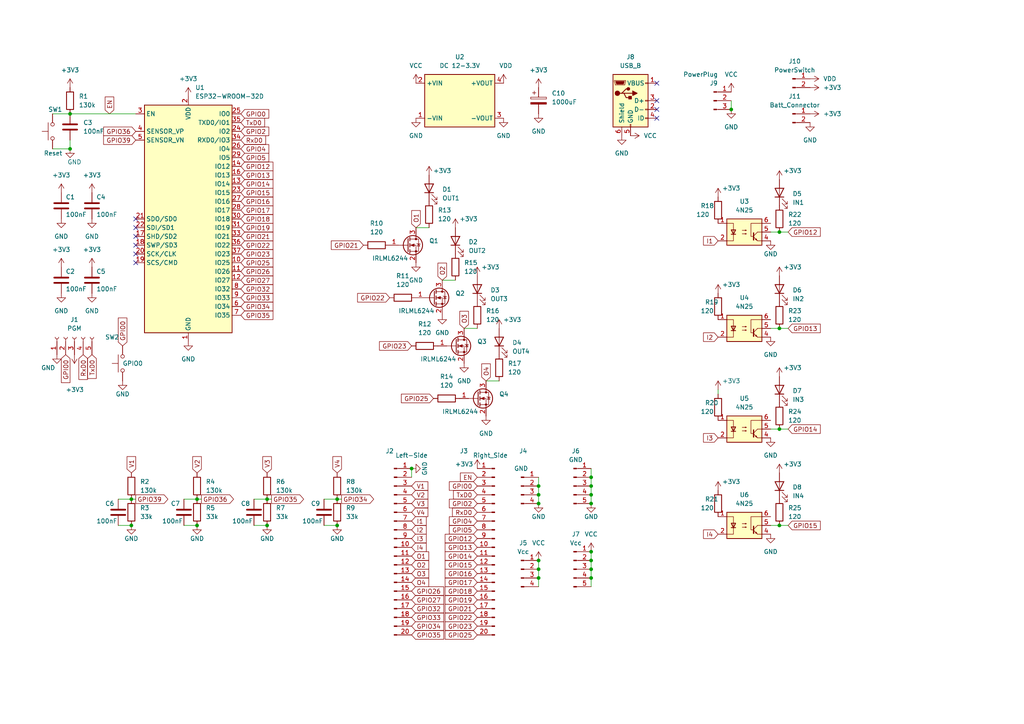
<source format=kicad_sch>
(kicad_sch (version 20211123) (generator eeschema)
  (paper "A4")
  (lib_symbols
    (symbol "Connector:Conn_01x02_Male" (pin_names (offset 1.016) hide)
      (property "Reference" "J" (at 0 2.54 0))
      (property "Value" "Conn_01x02_Male" (at 0 -5.08 0))
      (symbol "Conn_01x02_Male_1_1"
        (pin passive line (at 5.08 0 180) (length 3.81) (name "Pin_1") (number "1"))
        (pin passive line (at 5.08 -2.54 180) (length 3.81) (name "Pin_2") (number "2"))
      )
    )
    (symbol "Connector:Conn_01x04_Male" (pin_names (offset 1.016) hide)
      (property "Reference" "J" (at 0 5.08 0))
      (property "Value" "Conn_01x04_Male" (at 0 -7.62 0))
      (symbol "Conn_01x04_Male_1_1"
        (pin passive line (at 5.08 2.54 180) (length 3.81) (name "Pin_1") (number "1"))
        (pin passive line (at 5.08 0 180) (length 3.81) (name "Pin_2") (number "2"))
        (pin passive line (at 5.08 -2.54 180) (length 3.81) (name "Pin_3") (number "3"))
        (pin passive line (at 5.08 -5.08 180) (length 3.81) (name "Pin_4") (number "4"))
      )
    )
    (symbol "Connector:Conn_01x05_Female" (pin_names (offset 1.016) hide)
      (property "Reference" "J" (at 0 7.62 0))
      (property "Value" "Conn_01x05_Female" (at 0 -7.62 0))
      (symbol "Conn_01x05_Female_1_1"
        (pin passive line (at -5.08 5.08 0) (length 3.81) (name "Pin_1") (number "1"))
        (pin passive line (at -5.08 2.54 0) (length 3.81) (name "Pin_2") (number "2"))
        (pin passive line (at -5.08 0 0) (length 3.81) (name "Pin_3") (number "3"))
        (pin passive line (at -5.08 -2.54 0) (length 3.81) (name "Pin_4") (number "4"))
        (pin passive line (at -5.08 -5.08 0) (length 3.81) (name "Pin_5") (number "5"))
      )
    )
    (symbol "Connector:Conn_01x05_Male" (pin_names (offset 1.016) hide)
      (property "Reference" "J" (at 0 7.62 0))
      (property "Value" "Conn_01x05_Male" (at 0 -7.62 0))
      (symbol "Conn_01x05_Male_1_1"
        (pin passive line (at 5.08 5.08 180) (length 3.81) (name "Pin_1") (number "1"))
        (pin passive line (at 5.08 2.54 180) (length 3.81) (name "Pin_2") (number "2"))
        (pin passive line (at 5.08 0 180) (length 3.81) (name "Pin_3") (number "3"))
        (pin passive line (at 5.08 -2.54 180) (length 3.81) (name "Pin_4") (number "4"))
        (pin passive line (at 5.08 -5.08 180) (length 3.81) (name "Pin_5") (number "5"))
      )
    )
    (symbol "Connector:Conn_01x20_Male" (pin_names (offset 1.016) hide)
      (property "Reference" "J" (at 0 25.4 0))
      (property "Value" "Conn_01x20_Male" (at 0 -27.94 0))
      (symbol "Conn_01x20_Male_1_1"
        (pin passive line (at 5.08 22.86 180) (length 3.81) (name "Pin_1") (number "1"))
        (pin passive line (at 5.08 0 180) (length 3.81) (name "Pin_10") (number "10"))
        (pin passive line (at 5.08 -2.54 180) (length 3.81) (name "Pin_11") (number "11"))
        (pin passive line (at 5.08 -5.08 180) (length 3.81) (name "Pin_12") (number "12"))
        (pin passive line (at 5.08 -7.62 180) (length 3.81) (name "Pin_13") (number "13"))
        (pin passive line (at 5.08 -10.16 180) (length 3.81) (name "Pin_14") (number "14"))
        (pin passive line (at 5.08 -12.7 180) (length 3.81) (name "Pin_15") (number "15"))
        (pin passive line (at 5.08 -15.24 180) (length 3.81) (name "Pin_16") (number "16"))
        (pin passive line (at 5.08 -17.78 180) (length 3.81) (name "Pin_17") (number "17"))
        (pin passive line (at 5.08 -20.32 180) (length 3.81) (name "Pin_18") (number "18"))
        (pin passive line (at 5.08 -22.86 180) (length 3.81) (name "Pin_19") (number "19"))
        (pin passive line (at 5.08 20.32 180) (length 3.81) (name "Pin_2") (number "2"))
        (pin passive line (at 5.08 -25.4 180) (length 3.81) (name "Pin_20") (number "20"))
        (pin passive line (at 5.08 17.78 180) (length 3.81) (name "Pin_3") (number "3"))
        (pin passive line (at 5.08 15.24 180) (length 3.81) (name "Pin_4") (number "4"))
        (pin passive line (at 5.08 12.7 180) (length 3.81) (name "Pin_5") (number "5"))
        (pin passive line (at 5.08 10.16 180) (length 3.81) (name "Pin_6") (number "6"))
        (pin passive line (at 5.08 7.62 180) (length 3.81) (name "Pin_7") (number "7"))
        (pin passive line (at 5.08 5.08 180) (length 3.81) (name "Pin_8") (number "8"))
        (pin passive line (at 5.08 2.54 180) (length 3.81) (name "Pin_9") (number "9"))
      )
    )
    (symbol "Connector:USB_B_Micro" (pin_names (offset 1.016))
      (property "Reference" "J" (at -5.08 11.43 0))
      (property "Value" "USB_B_Micro" (at -5.08 8.89 0))
      (symbol "USB_B_Micro_1_1"
        (pin power_out line (at 7.62 5.08 180) (length 2.54) (name "VBUS") (number "1"))
        (pin bidirectional line (at 7.62 -2.54 180) (length 2.54) (name "D-") (number "2"))
        (pin bidirectional line (at 7.62 0 180) (length 2.54) (name "D+") (number "3"))
        (pin passive line (at 7.62 -5.08 180) (length 2.54) (name "ID") (number "4"))
        (pin power_out line (at 0 -10.16 90) (length 2.54) (name "GND") (number "5"))
        (pin passive line (at -2.54 -10.16 90) (length 2.54) (name "Shield") (number "6"))
      )
    )
    (symbol "Device:C" (pin_numbers hide) (pin_names (offset 0.254))
      (property "Reference" "C" (at 0.635 2.54 0))
      (property "Value" "C" (at 0.635 -2.54 0))
      (symbol "C_1_1"
        (pin passive line (at 0 3.81 270) (length 2.794) (name "~") (number "1"))
        (pin passive line (at 0 -3.81 90) (length 2.794) (name "~") (number "2"))
      )
    )
    (symbol "Device:C_Polarized" (pin_numbers hide) (pin_names (offset 0.254))
      (property "Reference" "C" (at 0.635 2.54 0))
      (property "Value" "C_Polarized" (at 0.635 -2.54 0))
      (symbol "C_Polarized_1_1"
        (pin passive line (at 0 3.81 270) (length 2.794) (name "~") (number "1"))
        (pin passive line (at 0 -3.81 90) (length 2.794) (name "~") (number "2"))
      )
    )
    (symbol "Device:LED" (pin_numbers hide) (pin_names (offset 1.016) hide)
      (property "Reference" "D" (at 0 2.54 0))
      (property "Value" "LED" (at 0 -2.54 0))
      (symbol "LED_1_1"
        (pin passive line (at -3.81 0 0) (length 2.54) (name "K") (number "1"))
        (pin passive line (at 3.81 0 180) (length 2.54) (name "A") (number "2"))
      )
    )
    (symbol "Device:R" (pin_numbers hide) (pin_names (offset 0))
      (property "Reference" "R" (at 2.032 0 90))
      (property "Value" "R" (at 0 0 90))
      (symbol "R_1_1"
        (pin passive line (at 0 3.81 270) (length 1.27) (name "~") (number "1"))
        (pin passive line (at 0 -3.81 90) (length 1.27) (name "~") (number "2"))
      )
    )
    (symbol "Isolator:4N25" (pin_names (offset 1.016))
      (property "Reference" "U" (at -5.08 5.08 0))
      (property "Value" "4N25" (at 0 5.08 0))
      (symbol "4N25_1_1"
        (pin passive line (at -7.62 2.54 0) (length 2.54) (name "~") (number "1"))
        (pin passive line (at -7.62 -2.54 0) (length 2.54) (name "~") (number "2"))
        (pin no_connect line (at -5.08 0 0) (length 2.54) hide (name "NC") (number "3"))
        (pin passive line (at 7.62 -2.54 180) (length 2.54) (name "~") (number "4"))
        (pin passive line (at 7.62 0 180) (length 2.54) (name "~") (number "5"))
        (pin passive line (at 7.62 2.54 180) (length 2.54) (name "~") (number "6"))
      )
    )
    (symbol "RF_Module:ESP32-WROOM-32D"
      (property "Reference" "U" (at -12.7 34.29 0))
      (property "Value" "ESP32-WROOM-32D" (at 1.27 34.29 0))
      (symbol "ESP32-WROOM-32D_1_1"
        (pin power_in line (at 0 -35.56 90) (length 2.54) (name "GND") (number "1"))
        (pin bidirectional line (at 15.24 -12.7 180) (length 2.54) (name "IO25") (number "10"))
        (pin bidirectional line (at 15.24 -15.24 180) (length 2.54) (name "IO26") (number "11"))
        (pin bidirectional line (at 15.24 -17.78 180) (length 2.54) (name "IO27") (number "12"))
        (pin bidirectional line (at 15.24 10.16 180) (length 2.54) (name "IO14") (number "13"))
        (pin bidirectional line (at 15.24 15.24 180) (length 2.54) (name "IO12") (number "14"))
        (pin passive line (at 0 -35.56 90) (length 2.54) hide (name "GND") (number "15"))
        (pin bidirectional line (at 15.24 12.7 180) (length 2.54) (name "IO13") (number "16"))
        (pin bidirectional line (at -15.24 -5.08 0) (length 2.54) (name "SHD/SD2") (number "17"))
        (pin bidirectional line (at -15.24 -7.62 0) (length 2.54) (name "SWP/SD3") (number "18"))
        (pin bidirectional line (at -15.24 -12.7 0) (length 2.54) (name "SCS/CMD") (number "19"))
        (pin power_in line (at 0 35.56 270) (length 2.54) (name "VDD") (number "2"))
        (pin bidirectional line (at -15.24 -10.16 0) (length 2.54) (name "SCK/CLK") (number "20"))
        (pin bidirectional line (at -15.24 0 0) (length 2.54) (name "SDO/SD0") (number "21"))
        (pin bidirectional line (at -15.24 -2.54 0) (length 2.54) (name "SDI/SD1") (number "22"))
        (pin bidirectional line (at 15.24 7.62 180) (length 2.54) (name "IO15") (number "23"))
        (pin bidirectional line (at 15.24 25.4 180) (length 2.54) (name "IO2") (number "24"))
        (pin bidirectional line (at 15.24 30.48 180) (length 2.54) (name "IO0") (number "25"))
        (pin bidirectional line (at 15.24 20.32 180) (length 2.54) (name "IO4") (number "26"))
        (pin bidirectional line (at 15.24 5.08 180) (length 2.54) (name "IO16") (number "27"))
        (pin bidirectional line (at 15.24 2.54 180) (length 2.54) (name "IO17") (number "28"))
        (pin bidirectional line (at 15.24 17.78 180) (length 2.54) (name "IO5") (number "29"))
        (pin input line (at -15.24 30.48 0) (length 2.54) (name "EN") (number "3"))
        (pin bidirectional line (at 15.24 0 180) (length 2.54) (name "IO18") (number "30"))
        (pin bidirectional line (at 15.24 -2.54 180) (length 2.54) (name "IO19") (number "31"))
        (pin no_connect line (at -12.7 -27.94 0) (length 2.54) hide (name "NC") (number "32"))
        (pin bidirectional line (at 15.24 -5.08 180) (length 2.54) (name "IO21") (number "33"))
        (pin bidirectional line (at 15.24 22.86 180) (length 2.54) (name "RXD0/IO3") (number "34"))
        (pin bidirectional line (at 15.24 27.94 180) (length 2.54) (name "TXD0/IO1") (number "35"))
        (pin bidirectional line (at 15.24 -7.62 180) (length 2.54) (name "IO22") (number "36"))
        (pin bidirectional line (at 15.24 -10.16 180) (length 2.54) (name "IO23") (number "37"))
        (pin passive line (at 0 -35.56 90) (length 2.54) hide (name "GND") (number "38"))
        (pin passive line (at 0 -35.56 90) (length 2.54) hide (name "GND") (number "39"))
        (pin input line (at -15.24 25.4 0) (length 2.54) (name "SENSOR_VP") (number "4"))
        (pin input line (at -15.24 22.86 0) (length 2.54) (name "SENSOR_VN") (number "5"))
        (pin input line (at 15.24 -25.4 180) (length 2.54) (name "IO34") (number "6"))
        (pin input line (at 15.24 -27.94 180) (length 2.54) (name "IO35") (number "7"))
        (pin bidirectional line (at 15.24 -20.32 180) (length 2.54) (name "IO32") (number "8"))
        (pin bidirectional line (at 15.24 -22.86 180) (length 2.54) (name "IO33") (number "9"))
      )
    )
    (symbol "RGB_LED1-rescue:Conn_01x03_Male-ESP12_1-rescue" (pin_names (offset 1.016) hide)
      (property "Reference" "J" (at 0 5.08 0))
      (property "Value" "Conn_01x03_Male-ESP12_1-rescue" (at 0 -5.08 0))
      (symbol "Conn_01x03_Male-ESP12_1-rescue_1_1"
        (pin passive line (at 5.08 2.54 180) (length 3.81) (name "Pin_1") (number "1"))
        (pin passive line (at 5.08 0 180) (length 3.81) (name "Pin_2") (number "2"))
        (pin passive line (at 5.08 -2.54 180) (length 3.81) (name "Pin_3") (number "3"))
      )
    )
    (symbol "Regulator_Switching:DC to DC Converter"
      (property "Reference" "U" (at -8.89 8.89 0))
      (property "Value" "DC to DC Converter" (at 2.54 8.89 0))
      (symbol "DC to DC Converter_1_1"
        (pin power_in line (at -12.7 -5.08 0) (length 2.54) (name "-VIN") (number "1"))
        (pin power_in line (at -12.7 5.08 0) (length 2.54) (name "+VIN") (number "2"))
        (pin power_out line (at 12.7 -5.08 180) (length 2.54) (name "-VOUT") (number "3"))
        (pin power_out line (at 12.7 5.08 180) (length 2.54) (name "+VOUT") (number "4"))
      )
    )
    (symbol "Switch:SW_Push" (pin_numbers hide) (pin_names (offset 1.016) hide)
      (property "Reference" "SW" (at 1.27 2.54 0))
      (property "Value" "SW_Push" (at 0 -1.524 0))
      (symbol "SW_Push_0_1"
        (pin passive line (at -5.08 0 0) (length 2.54) (name "1") (number "1"))
        (pin passive line (at 5.08 0 180) (length 2.54) (name "2") (number "2"))
      )
    )
    (symbol "Transistor_FET:IRLML0030" (pin_names hide)
      (property "Reference" "Q" (at 5.08 1.905 0))
      (property "Value" "IRLML0030" (at 5.08 0 0))
      (symbol "IRLML0030_1_1"
        (pin input line (at -5.08 0 0) (length 2.54) (name "G") (number "1"))
        (pin passive line (at 2.54 -5.08 90) (length 2.54) (name "S") (number "2"))
        (pin passive line (at 2.54 5.08 270) (length 2.54) (name "D") (number "3"))
      )
    )
    (symbol "power:+3.3V" (power) (pin_names (offset 0))
      (property "Value" "+3.3V" (at 0 3.556 0))
      (symbol "+3.3V_1_1"
        (pin power_in line (at 0 0 90) (length 0) hide (name "+3V3") (number "1"))
      )
    )
    (symbol "power:GND" (power) (pin_names (offset 0))
      (property "Value" "GND" (at 0 -3.81 0))
      (symbol "GND_1_1"
        (pin power_in line (at 0 0 270) (length 0) hide (name "GND") (number "1"))
      )
    )
    (symbol "power:VCC" (power) (pin_names (offset 0))
      (property "Value" "VCC" (at 0 3.81 0))
      (symbol "VCC_1_1"
        (pin power_in line (at 0 0 90) (length 0) hide (name "VCC") (number "1"))
      )
    )
    (symbol "power:VDD" (power) (pin_names (offset 0))
      (property "Value" "VDD" (at 0 3.81 0))
      (symbol "VDD_1_1"
        (pin power_in line (at 0 0 90) (length 0) hide (name "VDD") (number "1"))
      )
    )
  )
  (junction (at 38.1 152.4))
  (junction (at 171.45 162.56))
  (junction (at 156.21 143.51))
  (junction (at 77.47 144.78))
  (junction (at 171.45 138.43))
  (junction (at 171.45 167.64))
  (junction (at 20.32 33.02))
  (junction (at 97.79 144.78))
  (junction (at 156.21 162.56))
  (junction (at 171.45 146.05))
  (junction (at 20.32 43.18))
  (junction (at 57.15 152.4))
  (junction (at 156.21 140.97))
  (junction (at 156.21 165.1))
  (junction (at 77.47 152.4))
  (junction (at 171.45 143.51))
  (junction (at 156.21 167.64))
  (junction (at 171.45 140.97))
  (junction (at 226.06 67.31))
  (junction (at 97.79 152.4))
  (junction (at 171.45 165.1))
  (junction (at 119.38 135.89))
  (junction (at 226.06 95.25))
  (junction (at 212.09 31.75))
  (junction (at 57.15 144.78))
  (junction (at 226.06 152.4))
  (junction (at 38.1 144.78))
  (junction (at 171.45 160.02))
  (junction (at 226.06 124.46))
  (junction (at 156.21 146.05))
  (no_connect (at 39.37 63.5))
  (no_connect (at 39.37 66.04))
  (no_connect (at 39.37 68.58))
  (no_connect (at 39.37 71.12))
  (no_connect (at 39.37 76.2))
  (no_connect (at 39.37 73.66))
  (no_connect (at 190.5 34.29))
  (no_connect (at 190.5 31.75))
  (no_connect (at 190.5 29.21))
  (no_connect (at 190.5 24.13))
  (wire (pts (xy 171.45 167.64) (xy 171.45 170.18)))
  (wire (pts (xy 171.45 165.1) (xy 171.45 167.64)))
  (wire (pts (xy 120.65 66.04) (xy 124.46 66.04)))
  (wire (pts (xy 212.09 29.21) (xy 212.09 31.75)))
  (wire (pts (xy 156.21 143.51) (xy 156.21 146.05)))
  (wire (pts (xy 171.45 160.02) (xy 171.45 162.56)))
  (wire (pts (xy 34.29 152.4) (xy 38.1 152.4)))
  (wire (pts (xy 34.29 144.78) (xy 38.1 144.78)))
  (wire (pts (xy 20.32 43.18) (xy 20.32 40.64)))
  (wire (pts (xy 228.6 124.46) (xy 226.06 124.46)))
  (wire (pts (xy 93.98 152.4) (xy 97.79 152.4)))
  (wire (pts (xy 15.24 43.18) (xy 20.32 43.18)))
  (wire (pts (xy 53.34 144.78) (xy 57.15 144.78)))
  (wire (pts (xy 53.34 152.4) (xy 57.15 152.4)))
  (wire (pts (xy 156.21 162.56) (xy 156.21 165.1)))
  (wire (pts (xy 171.45 135.89) (xy 171.45 138.43)))
  (wire (pts (xy 156.21 138.43) (xy 156.21 140.97)))
  (wire (pts (xy 134.62 95.25) (xy 138.43 95.25)))
  (wire (pts (xy 156.21 140.97) (xy 156.21 143.51)))
  (wire (pts (xy 156.21 167.64) (xy 156.21 170.18)))
  (wire (pts (xy 58.42 144.78) (xy 57.15 144.78)))
  (wire (pts (xy 226.06 95.25) (xy 223.52 95.25)))
  (wire (pts (xy 99.06 144.78) (xy 97.79 144.78)))
  (wire (pts (xy 140.97 110.49) (xy 144.78 110.49)))
  (wire (pts (xy 171.45 143.51) (xy 171.45 146.05)))
  (wire (pts (xy 73.66 144.78) (xy 77.47 144.78)))
  (wire (pts (xy 226.06 124.46) (xy 223.52 124.46)))
  (wire (pts (xy 208.28 114.3) (xy 208.28 113.03)))
  (wire (pts (xy 15.24 33.02) (xy 20.32 33.02)))
  (wire (pts (xy 39.37 144.78) (xy 38.1 144.78)))
  (wire (pts (xy 228.6 152.4) (xy 226.06 152.4)))
  (wire (pts (xy 73.66 152.4) (xy 77.47 152.4)))
  (wire (pts (xy 228.6 95.25) (xy 226.06 95.25)))
  (wire (pts (xy 93.98 144.78) (xy 97.79 144.78)))
  (wire (pts (xy 171.45 162.56) (xy 171.45 165.1)))
  (wire (pts (xy 78.74 144.78) (xy 77.47 144.78)))
  (wire (pts (xy 171.45 138.43) (xy 171.45 140.97)))
  (wire (pts (xy 156.21 165.1) (xy 156.21 167.64)))
  (wire (pts (xy 171.45 140.97) (xy 171.45 143.51)))
  (wire (pts (xy 226.06 152.4) (xy 223.52 152.4)))
  (wire (pts (xy 228.6 67.31) (xy 226.06 67.31)))
  (wire (pts (xy 20.32 33.02) (xy 39.37 33.02)))
  (wire (pts (xy 226.06 67.31) (xy 223.52 67.31)))
  (wire (pts (xy 128.27 81.28) (xy 132.08 81.28)))
  (wire (pts (xy 119.38 135.89) (xy 119.38 138.43)))
  (global_label "GPIO21" (shape input) (at 138.43 176.53 180) (property "Referenzen zwischen Schaltplänen" "${INTERSHEET_REFS}" (effects hide)))
  (global_label "GPIO34" (shape input) (at 119.38 181.61 0) (property "Referenzen zwischen Schaltplänen" "${INTERSHEET_REFS}" (effects hide)))
  (global_label "O2" (shape input) (at 119.38 163.83 0) (property "Referenzen zwischen Schaltplänen" "${INTERSHEET_REFS}" (effects hide)))
  (global_label "O2" (shape input) (at 128.27 81.28 90) (property "Referenzen zwischen Schaltplänen" "${INTERSHEET_REFS}" (effects hide)))
  (global_label "GPIO19" (shape input) (at 138.43 173.99 180) (property "Referenzen zwischen Schaltplänen" "${INTERSHEET_REFS}" (effects hide)))
  (global_label "GPIO16" (shape input) (at 69.85 58.42 0) (property "Referenzen zwischen Schaltplänen" "${INTERSHEET_REFS}" (effects hide)))
  (global_label "GPIO27" (shape input) (at 119.38 173.99 0) (property "Referenzen zwischen Schaltplänen" "${INTERSHEET_REFS}" (effects hide)))
  (global_label "GPIO35" (shape input) (at 69.85 91.44 0) (property "Referenzen zwischen Schaltplänen" "${INTERSHEET_REFS}" (effects hide)))
  (global_label "V2" (shape input) (at 119.38 143.51 0) (property "Referenzen zwischen Schaltplänen" "${INTERSHEET_REFS}" (effects hide)))
  (global_label "GPIO12" (shape input) (at 228.6 67.31 0) (property "Referenzen zwischen Schaltplänen" "${INTERSHEET_REFS}" (effects hide)))
  (global_label "GPIO35" (shape output) (at 78.74 144.78 0) (property "Referenzen zwischen Schaltplänen" "${INTERSHEET_REFS}" (effects hide)))
  (global_label "O1" (shape input) (at 119.38 161.29 0) (property "Referenzen zwischen Schaltplänen" "${INTERSHEET_REFS}" (effects hide)))
  (global_label "V2" (shape input) (at 57.15 137.16 90) (property "Referenzen zwischen Schaltplänen" "${INTERSHEET_REFS}" (effects hide)))
  (global_label "TxD0" (shape input) (at 26.67 102.87 270) (property "Referenzen zwischen Schaltplänen" "${INTERSHEET_REFS}" (effects hide)))
  (global_label "GPIO16" (shape input) (at 138.43 166.37 180) (property "Referenzen zwischen Schaltplänen" "${INTERSHEET_REFS}" (effects hide)))
  (global_label "GPIO5" (shape input) (at 69.85 45.72 0) (property "Referenzen zwischen Schaltplänen" "${INTERSHEET_REFS}" (effects hide)))
  (global_label "GPIO0" (shape input) (at 69.85 33.02 0) (property "Referenzen zwischen Schaltplänen" "${INTERSHEET_REFS}" (effects hide)))
  (global_label "GPIO18" (shape input) (at 138.43 171.45 180) (property "Referenzen zwischen Schaltplänen" "${INTERSHEET_REFS}" (effects hide)))
  (global_label "GPIO32" (shape input) (at 69.85 83.82 0) (property "Referenzen zwischen Schaltplänen" "${INTERSHEET_REFS}" (effects hide)))
  (global_label "GPIO23" (shape input) (at 69.85 73.66 0) (property "Referenzen zwischen Schaltplänen" "${INTERSHEET_REFS}" (effects hide)))
  (global_label "GPIO27" (shape input) (at 69.85 81.28 0) (property "Referenzen zwischen Schaltplänen" "${INTERSHEET_REFS}" (effects hide)))
  (global_label "GPIO25" (shape input) (at 138.43 184.15 180) (property "Referenzen zwischen Schaltplänen" "${INTERSHEET_REFS}" (effects hide)))
  (global_label "I1" (shape input) (at 119.38 151.13 0) (property "Referenzen zwischen Schaltplänen" "${INTERSHEET_REFS}" (effects hide)))
  (global_label "GPIO34" (shape input) (at 69.85 88.9 0) (property "Referenzen zwischen Schaltplänen" "${INTERSHEET_REFS}" (effects hide)))
  (global_label "V3" (shape input) (at 77.47 137.16 90) (property "Referenzen zwischen Schaltplänen" "${INTERSHEET_REFS}" (effects hide)))
  (global_label "GPIO0" (shape input) (at 138.43 140.97 180) (property "Referenzen zwischen Schaltplänen" "${INTERSHEET_REFS}" (effects hide)))
  (global_label "GPIO36" (shape output) (at 58.42 144.78 0) (property "Referenzen zwischen Schaltplänen" "${INTERSHEET_REFS}" (effects hide)))
  (global_label "I4" (shape input) (at 208.28 154.94 180) (property "Referenzen zwischen Schaltplänen" "${INTERSHEET_REFS}" (effects hide)))
  (global_label "O4" (shape input) (at 140.97 110.49 90) (property "Referenzen zwischen Schaltplänen" "${INTERSHEET_REFS}" (effects hide)))
  (global_label "GPIO35" (shape input) (at 119.38 184.15 0) (property "Referenzen zwischen Schaltplänen" "${INTERSHEET_REFS}" (effects hide)))
  (global_label "V1" (shape input) (at 38.1 137.16 90) (property "Referenzen zwischen Schaltplänen" "${INTERSHEET_REFS}" (effects hide)))
  (global_label "GPIO18" (shape input) (at 69.85 63.5 0) (property "Referenzen zwischen Schaltplänen" "${INTERSHEET_REFS}" (effects hide)))
  (global_label "I3" (shape input) (at 208.28 127 180) (property "Referenzen zwischen Schaltplänen" "${INTERSHEET_REFS}" (effects hide)))
  (global_label "GPIO13" (shape input) (at 69.85 50.8 0) (property "Referenzen zwischen Schaltplänen" "${INTERSHEET_REFS}" (effects hide)))
  (global_label "GPIO34" (shape output) (at 99.06 144.78 0) (property "Referenzen zwischen Schaltplänen" "${INTERSHEET_REFS}" (effects hide)))
  (global_label "I3" (shape input) (at 119.38 156.21 0) (property "Referenzen zwischen Schaltplänen" "${INTERSHEET_REFS}" (effects hide)))
  (global_label "GPIO2" (shape input) (at 69.85 38.1 0) (property "Referenzen zwischen Schaltplänen" "${INTERSHEET_REFS}" (effects hide)))
  (global_label "GPIO17" (shape input) (at 138.43 168.91 180) (property "Referenzen zwischen Schaltplänen" "${INTERSHEET_REFS}" (effects hide)))
  (global_label "GPIO12" (shape input) (at 69.85 48.26 0) (property "Referenzen zwischen Schaltplänen" "${INTERSHEET_REFS}" (effects hide)))
  (global_label "GPIO2" (shape input) (at 138.43 146.05 180) (property "Referenzen zwischen Schaltplänen" "${INTERSHEET_REFS}" (effects hide)))
  (global_label "GPIO25" (shape input) (at 125.73 115.57 180) (property "Referenzen zwischen Schaltplänen" "${INTERSHEET_REFS}" (effects hide)))
  (global_label "I2" (shape input) (at 119.38 153.67 0) (property "Referenzen zwischen Schaltplänen" "${INTERSHEET_REFS}" (effects hide)))
  (global_label "GPIO17" (shape input) (at 69.85 60.96 0) (property "Referenzen zwischen Schaltplänen" "${INTERSHEET_REFS}" (effects hide)))
  (global_label "RxD0" (shape input) (at 24.13 102.87 270) (property "Referenzen zwischen Schaltplänen" "${INTERSHEET_REFS}" (effects hide)))
  (global_label "GPIO23" (shape input) (at 119.38 100.33 180) (property "Referenzen zwischen Schaltplänen" "${INTERSHEET_REFS}" (effects hide)))
  (global_label "EN" (shape input) (at 31.75 33.02 90) (property "Referenzen zwischen Schaltplänen" "${INTERSHEET_REFS}" (effects hide)))
  (global_label "TxD0" (shape input) (at 69.85 35.56 0) (property "Referenzen zwischen Schaltplänen" "${INTERSHEET_REFS}" (effects hide)))
  (global_label "GPIO36" (shape input) (at 39.37 38.1 180) (property "Referenzen zwischen Schaltplänen" "${INTERSHEET_REFS}" (effects hide)))
  (global_label "V1" (shape input) (at 119.38 140.97 0) (property "Referenzen zwischen Schaltplänen" "${INTERSHEET_REFS}" (effects hide)))
  (global_label "GPIO14" (shape input) (at 228.6 124.46 0) (property "Referenzen zwischen Schaltplänen" "${INTERSHEET_REFS}" (effects hide)))
  (global_label "GPIO25" (shape input) (at 69.85 76.2 0) (property "Referenzen zwischen Schaltplänen" "${INTERSHEET_REFS}" (effects hide)))
  (global_label "GPIO21" (shape input) (at 105.41 71.12 180) (property "Referenzen zwischen Schaltplänen" "${INTERSHEET_REFS}" (effects hide)))
  (global_label "GPIO39" (shape output) (at 39.37 144.78 0) (property "Referenzen zwischen Schaltplänen" "${INTERSHEET_REFS}" (effects hide)))
  (global_label "GPIO4" (shape input) (at 69.85 43.18 0) (property "Referenzen zwischen Schaltplänen" "${INTERSHEET_REFS}" (effects hide)))
  (global_label "GPIO26" (shape input) (at 69.85 78.74 0) (property "Referenzen zwischen Schaltplänen" "${INTERSHEET_REFS}" (effects hide)))
  (global_label "GPIO13" (shape input) (at 138.43 158.75 180) (property "Referenzen zwischen Schaltplänen" "${INTERSHEET_REFS}" (effects hide)))
  (global_label "RxD0" (shape input) (at 138.43 148.59 180) (property "Referenzen zwischen Schaltplänen" "${INTERSHEET_REFS}" (effects hide)))
  (global_label "O3" (shape input) (at 119.38 166.37 0) (property "Referenzen zwischen Schaltplänen" "${INTERSHEET_REFS}" (effects hide)))
  (global_label "GPIO33" (shape input) (at 119.38 179.07 0) (property "Referenzen zwischen Schaltplänen" "${INTERSHEET_REFS}" (effects hide)))
  (global_label "V4" (shape input) (at 119.38 148.59 0) (property "Referenzen zwischen Schaltplänen" "${INTERSHEET_REFS}" (effects hide)))
  (global_label "GPIO32" (shape input) (at 119.38 176.53 0) (property "Referenzen zwischen Schaltplänen" "${INTERSHEET_REFS}" (effects hide)))
  (global_label "V4" (shape input) (at 97.79 137.16 90) (property "Referenzen zwischen Schaltplänen" "${INTERSHEET_REFS}" (effects hide)))
  (global_label "GPIO0" (shape input) (at 19.05 102.87 270) (property "Referenzen zwischen Schaltplänen" "${INTERSHEET_REFS}" (effects hide)))
  (global_label "GPIO22" (shape input) (at 69.85 71.12 0) (property "Referenzen zwischen Schaltplänen" "${INTERSHEET_REFS}" (effects hide)))
  (global_label "O4" (shape input) (at 119.38 168.91 0) (property "Referenzen zwischen Schaltplänen" "${INTERSHEET_REFS}" (effects hide)))
  (global_label "GPIO22" (shape input) (at 113.03 86.36 180) (property "Referenzen zwischen Schaltplänen" "${INTERSHEET_REFS}" (effects hide)))
  (global_label "GPIO39" (shape input) (at 39.37 40.64 180) (property "Referenzen zwischen Schaltplänen" "${INTERSHEET_REFS}" (effects hide)))
  (global_label "O3" (shape input) (at 134.62 95.25 90) (property "Referenzen zwischen Schaltplänen" "${INTERSHEET_REFS}" (effects hide)))
  (global_label "GPIO26" (shape input) (at 119.38 171.45 0) (property "Referenzen zwischen Schaltplänen" "${INTERSHEET_REFS}" (effects hide)))
  (global_label "I2" (shape input) (at 208.28 97.79 180) (property "Referenzen zwischen Schaltplänen" "${INTERSHEET_REFS}" (effects hide)))
  (global_label "GPIO12" (shape input) (at 138.43 156.21 180) (property "Referenzen zwischen Schaltplänen" "${INTERSHEET_REFS}" (effects hide)))
  (global_label "GPIO4" (shape input) (at 138.43 151.13 180) (property "Referenzen zwischen Schaltplänen" "${INTERSHEET_REFS}" (effects hide)))
  (global_label "GPIO14" (shape input) (at 138.43 161.29 180) (property "Referenzen zwischen Schaltplänen" "${INTERSHEET_REFS}" (effects hide)))
  (global_label "GPIO5" (shape input) (at 138.43 153.67 180) (property "Referenzen zwischen Schaltplänen" "${INTERSHEET_REFS}" (effects hide)))
  (global_label "GPIO19" (shape input) (at 69.85 66.04 0) (property "Referenzen zwischen Schaltplänen" "${INTERSHEET_REFS}" (effects hide)))
  (global_label "O1" (shape input) (at 120.65 66.04 90) (property "Referenzen zwischen Schaltplänen" "${INTERSHEET_REFS}" (effects hide)))
  (global_label "GPIO14" (shape input) (at 69.85 53.34 0) (property "Referenzen zwischen Schaltplänen" "${INTERSHEET_REFS}" (effects hide)))
  (global_label "GPIO33" (shape input) (at 69.85 86.36 0) (property "Referenzen zwischen Schaltplänen" "${INTERSHEET_REFS}" (effects hide)))
  (global_label "EN" (shape input) (at 138.43 138.43 180) (property "Referenzen zwischen Schaltplänen" "${INTERSHEET_REFS}" (effects hide)))
  (global_label "GPIO0" (shape input) (at 35.56 100.33 90) (property "Referenzen zwischen Schaltplänen" "${INTERSHEET_REFS}" (effects hide)))
  (global_label "I1" (shape input) (at 208.28 69.85 180) (property "Referenzen zwischen Schaltplänen" "${INTERSHEET_REFS}" (effects hide)))
  (global_label "I4" (shape input) (at 119.38 158.75 0) (property "Referenzen zwischen Schaltplänen" "${INTERSHEET_REFS}" (effects hide)))
  (global_label "GPIO22" (shape input) (at 138.43 179.07 180) (property "Referenzen zwischen Schaltplänen" "${INTERSHEET_REFS}" (effects hide)))
  (global_label "GPIO23" (shape input) (at 138.43 181.61 180) (property "Referenzen zwischen Schaltplänen" "${INTERSHEET_REFS}" (effects hide)))
  (global_label "GPIO21" (shape input) (at 69.85 68.58 0) (property "Referenzen zwischen Schaltplänen" "${INTERSHEET_REFS}" (effects hide)))
  (global_label "RxD0" (shape input) (at 69.85 40.64 0) (property "Referenzen zwischen Schaltplänen" "${INTERSHEET_REFS}" (effects hide)))
  (global_label "TxD0" (shape input) (at 138.43 143.51 180) (property "Referenzen zwischen Schaltplänen" "${INTERSHEET_REFS}" (effects hide)))
  (global_label "GPIO15" (shape input) (at 69.85 55.88 0) (property "Referenzen zwischen Schaltplänen" "${INTERSHEET_REFS}" (effects hide)))
  (global_label "V3" (shape input) (at 119.38 146.05 0) (property "Referenzen zwischen Schaltplänen" "${INTERSHEET_REFS}" (effects hide)))
  (global_label "GPIO15" (shape input) (at 138.43 163.83 180) (property "Referenzen zwischen Schaltplänen" "${INTERSHEET_REFS}" (effects hide)))
  (global_label "GPIO13" (shape input) (at 228.6 95.25 0) (property "Referenzen zwischen Schaltplänen" "${INTERSHEET_REFS}" (effects hide)))
  (global_label "GPIO15" (shape input) (at 228.6 152.4 0) (property "Referenzen zwischen Schaltplänen" "${INTERSHEET_REFS}" (effects hide)))
  (symbol (lib_id "Isolator:4N25") (at 215.9 95.25 0) (unit 1)
    (property "Reference" "U4" (at 215.9 86.36 0))
    (property "Value" "4N25" (at 215.9 88.9 0))
    (property "Footprint" "Package_DIP:DIP-6_W7.62mm" (effects hide))
    (property "Datasheet" "https://www.vishay.com/docs/83725/4n25.pdf" (effects hide))
  )
  (symbol (lib_id "power:GND") (at 212.09 31.75 0) (unit 1)
    (property "Reference" "#PWR047" (effects hide))
    (property "Value" "GND" (at 212.09 36.83 0))
  )
  (symbol (lib_id "power:GND") (at 156.21 146.05 0) (unit 1)
    (property "Reference" "#PWR036" (effects hide))
    (property "Value" "GND" (at 156.21 149.86 0))
  )
  (symbol (lib_id "Connector:Conn_01x04_Male") (at 151.13 140.97 0) (unit 1)
    (property "Reference" "J4" (at 151.765 130.81 0))
    (property "Value" "GND" (at 151.13 135.89 0))
    (property "Footprint" "Connector_PinHeader_2.54mm:PinHeader_1x04_P2.54mm_Vertical" (effects hide))
  )
  (symbol (lib_id "power:+3.3V") (at 54.61 27.94 0) (unit 1)
    (property "Reference" "#PWR015" (effects hide))
    (property "Value" "+3.3V" (at 54.61 22.86 0))
  )
  (symbol (lib_id "power:GND") (at 171.45 146.05 0) (unit 1)
    (property "Reference" "#PWR038" (effects hide))
    (property "Value" "GND" (at 171.45 149.86 0))
  )
  (symbol (lib_id "power:GND") (at 20.32 43.18 0) (unit 1)
    (property "Reference" "#PWR07" (effects hide))
    (property "Value" "GND" (at 21.59 46.99 0))
  )
  (symbol (lib_id "Device:C") (at 17.78 81.28 0) (unit 1)
    (property "Reference" "C2" (at 19.05 78.74 0) (effects (justify left)))
    (property "Value" "100nF" (at 19.05 83.82 0) (effects (justify left)))
    (property "Footprint" "Capacitor_THT:C_Axial_L5.1mm_D3.1mm_P7.50mm_Horizontal" (effects hide))
  )
  (symbol (lib_id "Device:R") (at 97.79 140.97 0) (unit 1)
    (property "Reference" "R8" (at 100.33 139.6999 0) (effects (justify left)))
    (property "Value" "130k" (at 100.33 142.2399 0) (effects (justify left)))
    (property "Footprint" "Resistor_SMD:R_0603_1608Metric" (effects hide))
  )
  (symbol (lib_id "Connector:Conn_01x02_Male") (at 229.87 33.02 0) (unit 1)
    (property "Reference" "J11" (at 230.505 27.94 0))
    (property "Value" "Batt_Connector" (at 230.505 30.48 0))
    (property "Footprint" "Connector_PinHeader_2.54mm:PinHeader_1x02_P2.54mm_Vertical" (effects hide))
  )
  (symbol (lib_id "Device:R") (at 132.08 77.47 180) (unit 1)
    (property "Reference" "R15" (at 134.62 76.1999 0) (effects (justify right)))
    (property "Value" "120" (at 134.62 78.7399 0) (effects (justify right)))
    (property "Footprint" "Resistor_SMD:R_0603_1608Metric" (effects hide))
  )
  (symbol (lib_id "Device:R") (at 144.78 106.68 180) (unit 1)
    (property "Reference" "R17" (at 147.32 105.4099 0) (effects (justify right)))
    (property "Value" "120" (at 147.32 107.9499 0) (effects (justify right)))
    (property "Footprint" "Resistor_SMD:R_0603_1608Metric" (effects hide))
  )
  (symbol (lib_id "power:+3.3V") (at 234.95 33.02 270) (unit 1)
    (property "Reference" "#PWR058" (effects hide))
    (property "Value" "+3.3V" (at 238.76 33.0199 90) (effects (justify left)))
  )
  (symbol (lib_id "power:GND") (at 156.21 33.02 0) (unit 1)
    (property "Reference" "#PWR035" (effects hide))
    (property "Value" "GND" (at 156.21 38.1 0))
  )
  (symbol (lib_id "RGB_LED1-rescue:Conn_01x03_Male-ESP12_1-rescue") (at 207.01 29.21 0) (unit 1)
    (property "Reference" "J9" (at 207.01 24.13 0))
    (property "Value" "PowerPlug" (at 203.2 21.59 0))
    (property "Footprint" "Connector_BarrelJack:BarrelJack_GCT_DCJ200-10-A_Horizontal" (effects hide))
  )
  (symbol (lib_id "Switch:SW_Push") (at 35.56 105.41 90) (unit 1)
    (property "Reference" "SW2" (at 30.48 97.79 90) (effects (justify right)))
    (property "Value" "GPIO0" (at 35.56 105.41 90) (effects (justify right)))
    (property "Footprint" "Button_Switch_SMD:SW_SPST_PTS645" (effects hide))
  )
  (symbol (lib_id "Device:LED") (at 138.43 83.82 90) (unit 1)
    (property "Reference" "D3" (at 142.24 84.1374 90) (effects (justify right)))
    (property "Value" "OUT3" (at 142.24 86.6774 90) (effects (justify right)))
    (property "Footprint" "LED_THT:LED_D3.0mm" (effects hide))
  )
  (symbol (lib_id "power:GND") (at 140.97 120.65 0) (unit 1)
    (property "Reference" "#PWR030" (effects hide))
    (property "Value" "GND" (at 140.97 125.73 0))
  )
  (symbol (lib_id "Device:R") (at 116.84 86.36 90) (unit 1)
    (property "Reference" "R11" (at 116.84 80.01 90))
    (property "Value" "120" (at 116.84 82.55 90))
    (property "Footprint" "Resistor_SMD:R_0603_1608Metric" (effects hide))
  )
  (symbol (lib_id "power:GND") (at 120.65 34.29 0) (unit 1)
    (property "Reference" "#PWR022" (effects hide))
    (property "Value" "GND" (at 120.65 39.37 0))
  )
  (symbol (lib_id "power:+3.3V") (at 208.28 85.09 0) (unit 1)
    (property "Reference" "#PWR043" (effects hide))
    (property "Value" "+3.3V" (at 212.09 82.55 0))
  )
  (symbol (lib_id "Device:R") (at 77.47 140.97 0) (unit 1)
    (property "Reference" "R6" (at 80.01 139.6999 0) (effects (justify left)))
    (property "Value" "130k" (at 80.01 142.2399 0) (effects (justify left)))
    (property "Footprint" "Resistor_SMD:R_0603_1608Metric" (effects hide))
  )
  (symbol (lib_id "Transistor_FET:IRLML0030") (at 138.43 115.57 0) (unit 1)
    (property "Reference" "Q4" (at 144.78 114.2999 0) (effects (justify left)))
    (property "Value" "IRLML6244" (at 128.27 119.38 0) (effects (justify left)))
    (property "Footprint" "Package_TO_SOT_SMD:SOT-23" (effects hide))
    (property "Datasheet" "https://www.infineon.com/dgdl/irlml0030pbf.pdf?fileId=5546d462533600a401535664773825df" (effects hide))
  )
  (symbol (lib_id "Device:C") (at 73.66 148.59 0) (unit 1)
    (property "Reference" "C8" (at 69.85 146.05 0) (effects (justify left)))
    (property "Value" "100nF" (at 67.31 151.13 0) (effects (justify left)))
    (property "Footprint" "Capacitor_THT:C_Axial_L5.1mm_D3.1mm_P7.50mm_Horizontal" (effects hide))
  )
  (symbol (lib_id "power:GND") (at 17.78 63.5 0) (unit 1)
    (property "Reference" "#PWR03" (effects hide))
    (property "Value" "GND" (at 17.78 68.58 0))
  )
  (symbol (lib_id "Device:R") (at 97.79 148.59 0) (unit 1)
    (property "Reference" "R9" (at 100.33 147.3199 0) (effects (justify left)))
    (property "Value" "33k" (at 100.33 149.8599 0) (effects (justify left)))
    (property "Footprint" "Resistor_SMD:R_0603_1608Metric" (effects hide))
  )
  (symbol (lib_id "power:VCC") (at 212.09 26.67 0) (unit 1)
    (property "Reference" "#PWR046" (effects hide))
    (property "Value" "VCC" (at 212.09 21.59 0))
  )
  (symbol (lib_id "Device:R") (at 226.06 91.44 180) (unit 1)
    (property "Reference" "R23" (at 228.6 90.1699 0) (effects (justify right)))
    (property "Value" "120" (at 228.6 92.7099 0) (effects (justify right)))
    (property "Footprint" "Resistor_SMD:R_0603_1608Metric" (effects hide))
  )
  (symbol (lib_id "Device:R") (at 38.1 148.59 0) (unit 1)
    (property "Reference" "R3" (at 40.64 147.3199 0) (effects (justify left)))
    (property "Value" "33k" (at 40.64 149.8599 0) (effects (justify left)))
    (property "Footprint" "Resistor_SMD:R_0603_1608Metric" (effects hide))
  )
  (symbol (lib_id "power:GND") (at 146.05 34.29 0) (unit 1)
    (property "Reference" "#PWR033" (effects hide))
    (property "Value" "GND" (at 146.05 39.37 0))
  )
  (symbol (lib_id "Device:R") (at 124.46 62.23 180) (unit 1)
    (property "Reference" "R13" (at 127 60.9599 0) (effects (justify right)))
    (property "Value" "120" (at 127 63.4999 0) (effects (justify right)))
    (property "Footprint" "Resistor_SMD:R_0603_1608Metric" (effects hide))
  )
  (symbol (lib_id "power:GND") (at 223.52 127 0) (unit 1)
    (property "Reference" "#PWR050" (effects hide))
    (property "Value" "GND" (at 223.52 132.08 0))
  )
  (symbol (lib_id "power:VCC") (at 120.65 24.13 0) (unit 1)
    (property "Reference" "#PWR021" (effects hide))
    (property "Value" "VCC" (at 120.65 19.05 0))
  )
  (symbol (lib_id "Device:C") (at 93.98 148.59 0) (unit 1)
    (property "Reference" "C9" (at 90.17 146.05 0) (effects (justify left)))
    (property "Value" "100nF" (at 87.63 151.13 0) (effects (justify left)))
    (property "Footprint" "Capacitor_THT:C_Axial_L5.1mm_D3.1mm_P7.50mm_Horizontal" (effects hide))
  )
  (symbol (lib_id "power:+3.3V") (at 138.43 80.01 0) (unit 1)
    (property "Reference" "#PWR028" (effects hide))
    (property "Value" "+3.3V" (at 142.24 77.47 0))
  )
  (symbol (lib_id "power:+3.3V") (at 17.78 77.47 0) (unit 1)
    (property "Reference" "#PWR04" (effects hide))
    (property "Value" "+3.3V" (at 17.78 72.39 0))
  )
  (symbol (lib_id "Isolator:4N25") (at 215.9 152.4 0) (unit 1)
    (property "Reference" "U6" (at 215.9 143.51 0))
    (property "Value" "4N25" (at 215.9 146.05 0))
    (property "Footprint" "Package_DIP:DIP-6_W7.62mm" (effects hide))
    (property "Datasheet" "https://www.vishay.com/docs/83725/4n25.pdf" (effects hide))
  )
  (symbol (lib_id "Device:C") (at 17.78 59.69 0) (unit 1)
    (property "Reference" "C1" (at 19.05 57.15 0) (effects (justify left)))
    (property "Value" "100nF" (at 19.05 62.23 0) (effects (justify left)))
    (property "Footprint" "Capacitor_THT:C_Axial_L5.1mm_D3.1mm_P7.50mm_Horizontal" (effects hide))
  )
  (symbol (lib_id "Device:R") (at 129.54 115.57 90) (unit 1)
    (property "Reference" "R14" (at 129.54 109.22 90))
    (property "Value" "120" (at 129.54 111.76 90))
    (property "Footprint" "Resistor_SMD:R_0603_1608Metric" (effects hide))
  )
  (symbol (lib_id "power:VCC") (at 182.88 39.37 270) (unit 1)
    (property "Reference" "#PWR041" (effects hide))
    (property "Value" "VCC" (at 186.69 39.3699 90) (effects (justify left)))
  )
  (symbol (lib_id "Device:LED") (at 124.46 54.61 90) (unit 1)
    (property "Reference" "D1" (at 128.27 54.9274 90) (effects (justify right)))
    (property "Value" "OUT1" (at 128.27 57.4674 90) (effects (justify right)))
    (property "Footprint" "LED_THT:LED_D3.0mm" (effects hide))
  )
  (symbol (lib_id "power:+3.3V") (at 226.06 137.16 0) (unit 1)
    (property "Reference" "#PWR055" (effects hide))
    (property "Value" "+3.3V" (at 229.87 134.62 0))
  )
  (symbol (lib_id "Device:R") (at 226.06 148.59 180) (unit 1)
    (property "Reference" "R25" (at 228.6 147.3199 0) (effects (justify right)))
    (property "Value" "120" (at 228.6 149.8599 0) (effects (justify right)))
    (property "Footprint" "Resistor_SMD:R_0603_1608Metric" (effects hide))
  )
  (symbol (lib_id "Device:R") (at 226.06 63.5 180) (unit 1)
    (property "Reference" "R22" (at 228.6 62.2299 0) (effects (justify right)))
    (property "Value" "120" (at 228.6 64.7699 0) (effects (justify right)))
    (property "Footprint" "Resistor_SMD:R_0603_1608Metric" (effects hide))
  )
  (symbol (lib_id "Transistor_FET:IRLML0030") (at 132.08 100.33 0) (unit 1)
    (property "Reference" "Q3" (at 138.43 99.0599 0) (effects (justify left)))
    (property "Value" "IRLML6244" (at 121.92 104.14 0) (effects (justify left)))
    (property "Footprint" "Package_TO_SOT_SMD:SOT-23" (effects hide))
    (property "Datasheet" "https://www.infineon.com/dgdl/irlml0030pbf.pdf?fileId=5546d462533600a401535664773825df" (effects hide))
  )
  (symbol (lib_id "Device:C") (at 53.34 148.59 0) (unit 1)
    (property "Reference" "C7" (at 49.53 146.05 0) (effects (justify left)))
    (property "Value" "100nF" (at 46.99 151.13 0) (effects (justify left)))
    (property "Footprint" "Capacitor_THT:C_Axial_L5.1mm_D3.1mm_P7.50mm_Horizontal" (effects hide))
  )
  (symbol (lib_id "Device:R") (at 208.28 88.9 180) (unit 1)
    (property "Reference" "R19" (at 204.47 87.63 0) (effects (justify right)))
    (property "Value" "120" (at 203.2 90.17 0) (effects (justify right)))
    (property "Footprint" "Resistor_SMD:R_0603_1608Metric" (effects hide))
  )
  (symbol (lib_id "Device:R") (at 77.47 148.59 0) (unit 1)
    (property "Reference" "R7" (at 80.01 147.3199 0) (effects (justify left)))
    (property "Value" "33k" (at 80.01 149.8599 0) (effects (justify left)))
    (property "Footprint" "Resistor_SMD:R_0603_1608Metric" (effects hide))
  )
  (symbol (lib_id "Switch:SW_Push") (at 15.24 38.1 90) (unit 1)
    (property "Reference" "SW1" (at 13.97 31.75 90) (effects (justify right)))
    (property "Value" "Reset" (at 12.7 44.45 90) (effects (justify right)))
    (property "Footprint" "Button_Switch_SMD:SW_SPST_PTS645" (effects hide))
  )
  (symbol (lib_id "power:+3.3V") (at 156.21 25.4 0) (unit 1)
    (property "Reference" "#PWR034" (effects hide))
    (property "Value" "+3.3V" (at 156.21 20.32 0))
  )
  (symbol (lib_id "Device:R") (at 138.43 91.44 180) (unit 1)
    (property "Reference" "R16" (at 140.97 90.1699 0) (effects (justify right)))
    (property "Value" "120" (at 140.97 92.7099 0) (effects (justify right)))
    (property "Footprint" "Resistor_SMD:R_0603_1608Metric" (effects hide))
  )
  (symbol (lib_id "power:+3.3V") (at 20.32 25.4 0) (unit 1)
    (property "Reference" "#PWR06" (effects hide))
    (property "Value" "+3.3V" (at 20.32 20.32 0))
  )
  (symbol (lib_id "Isolator:4N25") (at 215.9 67.31 0) (unit 1)
    (property "Reference" "U3" (at 215.9 58.42 0))
    (property "Value" "4N25" (at 215.9 60.96 0))
    (property "Footprint" "Package_DIP:DIP-6_W7.62mm" (effects hide))
    (property "Datasheet" "https://www.vishay.com/docs/83725/4n25.pdf" (effects hide))
  )
  (symbol (lib_id "power:+3.3V") (at 26.67 77.47 0) (unit 1)
    (property "Reference" "#PWR011" (effects hide))
    (property "Value" "+3.3V" (at 26.67 72.39 0))
  )
  (symbol (lib_id "RF_Module:ESP32-WROOM-32D") (at 54.61 63.5 0) (unit 1)
    (property "Reference" "U1" (at 56.6294 25.4 0) (effects (justify left)))
    (property "Value" "ESP32-WROOM-32D" (at 56.6294 27.94 0) (effects (justify left)))
    (property "Footprint" "RF_Module:ESP32-WROOM-32" (effects hide))
    (property "Datasheet" "https://www.espressif.com/sites/default/files/documentation/esp32-wroom-32d_esp32-wroom-32u_datasheet_en.pdf" (effects hide))
  )
  (symbol (lib_id "Device:C") (at 20.32 36.83 0) (unit 1)
    (property "Reference" "C3" (at 24.13 35.5599 0) (effects (justify left)))
    (property "Value" "100nF" (at 24.13 38.0999 0) (effects (justify left)))
    (property "Footprint" "Capacitor_THT:C_Axial_L5.1mm_D3.1mm_P7.50mm_Horizontal" (effects hide))
  )
  (symbol (lib_id "power:+3.3V") (at 208.28 142.24 0) (unit 1)
    (property "Reference" "#PWR045" (effects hide))
    (property "Value" "+3.3V" (at 212.09 139.7 0))
  )
  (symbol (lib_id "power:GND") (at 54.61 99.06 0) (unit 1)
    (property "Reference" "#PWR016" (effects hide))
    (property "Value" "GND" (at 54.61 104.14 0))
  )
  (symbol (lib_id "power:GND") (at 234.95 35.56 0) (unit 1)
    (property "Reference" "#PWR059" (effects hide))
    (property "Value" "GND" (at 234.95 40.64 0))
  )
  (symbol (lib_id "Device:LED") (at 226.06 140.97 90) (unit 1)
    (property "Reference" "D8" (at 229.87 141.2874 90) (effects (justify right)))
    (property "Value" "IN4" (at 229.87 143.8274 90) (effects (justify right)))
    (property "Footprint" "LED_THT:LED_D3.0mm" (effects hide))
  )
  (symbol (lib_id "Device:R") (at 208.28 118.11 180) (unit 1)
    (property "Reference" "R20" (at 204.47 116.84 0) (effects (justify right)))
    (property "Value" "120" (at 203.2 119.38 0) (effects (justify right)))
    (property "Footprint" "Resistor_SMD:R_0603_1608Metric" (effects hide))
  )
  (symbol (lib_id "Device:C_Polarized") (at 156.21 29.21 0) (unit 1)
    (property "Reference" "C10" (at 160.02 27.0509 0) (effects (justify left)))
    (property "Value" "1000uF" (at 160.02 29.5909 0) (effects (justify left)))
    (property "Footprint" "Capacitor_THT:CP_Radial_D10.0mm_P5.00mm" (effects hide))
  )
  (symbol (lib_id "power:GND") (at 26.67 63.5 0) (unit 1)
    (property "Reference" "#PWR010" (effects hide))
    (property "Value" "GND" (at 26.67 68.58 0))
  )
  (symbol (lib_id "Transistor_FET:IRLML0030") (at 118.11 71.12 0) (unit 1)
    (property "Reference" "Q1" (at 124.46 69.8499 0) (effects (justify left)))
    (property "Value" "IRLML6244" (at 107.95 74.93 0) (effects (justify left)))
    (property "Footprint" "Package_TO_SOT_SMD:SOT-23" (effects hide))
    (property "Datasheet" "https://www.infineon.com/dgdl/irlml0030pbf.pdf?fileId=5546d462533600a401535664773825df" (effects hide))
  )
  (symbol (lib_id "power:VCC") (at 156.21 162.56 0) (unit 1)
    (property "Reference" "#PWR037" (effects hide))
    (property "Value" "VCC" (at 156.21 157.48 0))
  )
  (symbol (lib_id "power:+3.3V") (at 226.06 80.01 0) (unit 1)
    (property "Reference" "#PWR053" (effects hide))
    (property "Value" "+3.3V" (at 229.87 77.47 0))
  )
  (symbol (lib_id "Device:C") (at 26.67 59.69 0) (unit 1)
    (property "Reference" "C4" (at 27.94 57.15 0) (effects (justify left)))
    (property "Value" "100nF" (at 27.94 62.23 0) (effects (justify left)))
    (property "Footprint" "Capacitor_THT:C_Axial_L5.1mm_D3.1mm_P7.50mm_Horizontal" (effects hide))
  )
  (symbol (lib_id "power:GND") (at 119.38 135.89 90) (unit 1)
    (property "Reference" "#PWR020" (effects hide))
    (property "Value" "GND" (at 123.19 135.89 0))
  )
  (symbol (lib_id "Device:LED") (at 226.06 113.03 90) (unit 1)
    (property "Reference" "D7" (at 229.87 113.3474 90) (effects (justify right)))
    (property "Value" "IN3" (at 229.87 115.8874 90) (effects (justify right)))
    (property "Footprint" "LED_THT:LED_D3.0mm" (effects hide))
  )
  (symbol (lib_id "power:VCC") (at 171.45 160.02 0) (unit 1)
    (property "Reference" "#PWR039" (effects hide))
    (property "Value" "VCC" (at 171.45 154.94 0))
  )
  (symbol (lib_id "Device:LED") (at 226.06 55.88 90) (unit 1)
    (property "Reference" "D5" (at 229.87 56.1974 90) (effects (justify right)))
    (property "Value" "IN1" (at 229.87 58.7374 90) (effects (justify right)))
    (property "Footprint" "LED_THT:LED_D3.0mm" (effects hide))
  )
  (symbol (lib_id "power:GND") (at 77.47 152.4 0) (unit 1)
    (property "Reference" "#PWR018" (effects hide))
    (property "Value" "GND" (at 77.47 156.21 0))
  )
  (symbol (lib_id "Connector:Conn_01x20_Male") (at 143.51 158.75 0) (mirror y) (unit 1)
    (property "Reference" "J3" (at 133.35 130.81 0) (effects (justify right)))
    (property "Value" "Right_Side" (at 137.16 132.08 0) (effects (justify right)))
    (property "Footprint" "Connector_PinHeader_2.54mm:PinHeader_1x20_P2.54mm_Vertical" (effects hide))
  )
  (symbol (lib_id "power:+3.3V") (at 208.28 113.03 0) (unit 1)
    (property "Reference" "#PWR044" (effects hide))
    (property "Value" "+3.3V" (at 212.09 110.49 0))
  )
  (symbol (lib_id "power:+3.3V") (at 144.78 95.25 0) (unit 1)
    (property "Reference" "#PWR031" (effects hide))
    (property "Value" "+3.3V" (at 148.59 92.71 0))
  )
  (symbol (lib_id "Regulator_Switching:DC to DC Converter") (at 133.35 29.21 0) (unit 1)
    (property "Reference" "U2" (at 133.35 16.51 0))
    (property "Value" "DC 12-3.3V" (at 133.35 19.05 0))
    (property "Footprint" "Converter_DCDC:Converter_DCDC_China3A_THT" (effects hide))
  )
  (symbol (lib_id "power:+3.3V") (at 132.08 66.04 0) (unit 1)
    (property "Reference" "#PWR026" (effects hide))
    (property "Value" "+3.3V" (at 135.89 63.5 0))
  )
  (symbol (lib_id "power:+3.3V") (at 226.06 52.07 0) (unit 1)
    (property "Reference" "#PWR052" (effects hide))
    (property "Value" "+3.3V" (at 229.87 49.53 0))
  )
  (symbol (lib_id "power:GND") (at 16.51 102.87 0) (unit 1)
    (property "Reference" "#PWR01" (effects hide))
    (property "Value" "GND" (at 13.97 106.68 0))
  )
  (symbol (lib_id "power:VDD") (at 146.05 24.13 0) (unit 1)
    (property "Reference" "#PWR?" (effects hide))
    (property "Value" "VDD" (at 144.78 19.05 0) (effects (justify left)))
  )
  (symbol (lib_id "power:+3.3V") (at 226.06 109.22 0) (unit 1)
    (property "Reference" "#PWR054" (effects hide))
    (property "Value" "+3.3V" (at 229.87 106.68 0))
  )
  (symbol (lib_id "Device:C") (at 26.67 81.28 0) (unit 1)
    (property "Reference" "C5" (at 27.94 78.74 0) (effects (justify left)))
    (property "Value" "100nF" (at 27.94 83.82 0) (effects (justify left)))
    (property "Footprint" "Capacitor_THT:C_Axial_L5.1mm_D3.1mm_P7.50mm_Horizontal" (effects hide))
  )
  (symbol (lib_id "power:GND") (at 57.15 152.4 0) (unit 1)
    (property "Reference" "#PWR017" (effects hide))
    (property "Value" "GND" (at 57.15 156.21 0))
  )
  (symbol (lib_id "power:GND") (at 97.79 152.4 0) (unit 1)
    (property "Reference" "#PWR019" (effects hide))
    (property "Value" "GND" (at 97.79 156.21 0))
  )
  (symbol (lib_id "power:+3.3V") (at 208.28 57.15 0) (unit 1)
    (property "Reference" "#PWR042" (effects hide))
    (property "Value" "+3.3V" (at 212.09 54.61 0))
  )
  (symbol (lib_id "Device:R") (at 123.19 100.33 90) (unit 1)
    (property "Reference" "R12" (at 123.19 93.98 90))
    (property "Value" "120" (at 123.19 96.52 90))
    (property "Footprint" "Resistor_SMD:R_0603_1608Metric" (effects hide))
  )
  (symbol (lib_id "Device:C") (at 34.29 148.59 0) (unit 1)
    (property "Reference" "C6" (at 30.48 146.05 0) (effects (justify left)))
    (property "Value" "100nF" (at 27.94 151.13 0) (effects (justify left)))
    (property "Footprint" "Capacitor_THT:C_Axial_L5.1mm_D3.1mm_P7.50mm_Horizontal" (effects hide))
  )
  (symbol (lib_id "Connector:Conn_01x05_Male") (at 166.37 165.1 0) (unit 1)
    (property "Reference" "J7" (at 167.005 154.94 0))
    (property "Value" "Vcc" (at 167.005 157.48 0))
    (property "Footprint" "Connector_PinHeader_2.54mm:PinHeader_1x05_P2.54mm_Vertical" (effects hide))
  )
  (symbol (lib_id "Device:R") (at 20.32 29.21 0) (unit 1)
    (property "Reference" "R1" (at 22.86 27.9399 0) (effects (justify left)))
    (property "Value" "130k" (at 22.86 30.4799 0) (effects (justify left)))
    (property "Footprint" "Resistor_SMD:R_0603_1608Metric" (effects hide))
  )
  (symbol (lib_id "power:VDD") (at 234.95 22.86 270) (unit 1)
    (property "Reference" "#PWR?" (effects hide))
    (property "Value" "VDD" (at 238.76 22.8599 90) (effects (justify left)))
  )
  (symbol (lib_id "Connector:Conn_01x02_Male") (at 229.87 22.86 0) (unit 1)
    (property "Reference" "J10" (at 230.505 17.78 0))
    (property "Value" "PowerSwitch" (at 230.505 20.32 0))
    (property "Footprint" "Connector_PinHeader_2.54mm:PinHeader_1x02_P2.54mm_Vertical" (effects hide))
  )
  (symbol (lib_id "power:GND") (at 17.78 85.09 0) (unit 1)
    (property "Reference" "#PWR05" (effects hide))
    (property "Value" "GND" (at 17.78 90.17 0))
  )
  (symbol (lib_id "Device:LED") (at 132.08 69.85 90) (unit 1)
    (property "Reference" "D2" (at 135.89 70.1674 90) (effects (justify right)))
    (property "Value" "OUT2" (at 135.89 72.7074 90) (effects (justify right)))
    (property "Footprint" "LED_THT:LED_D3.0mm" (effects hide))
  )
  (symbol (lib_id "power:+3.3V") (at 124.46 50.8 0) (unit 1)
    (property "Reference" "#PWR024" (effects hide))
    (property "Value" "+3.3V" (at 128.27 49.53 0))
  )
  (symbol (lib_id "Device:R") (at 109.22 71.12 90) (unit 1)
    (property "Reference" "R10" (at 109.22 64.77 90))
    (property "Value" "120" (at 109.22 67.31 90))
    (property "Footprint" "Resistor_SMD:R_0603_1608Metric" (effects hide))
  )
  (symbol (lib_id "power:GND") (at 38.1 152.4 0) (unit 1)
    (property "Reference" "#PWR014" (effects hide))
    (property "Value" "GND" (at 38.1 156.21 0))
  )
  (symbol (lib_id "Device:R") (at 38.1 140.97 0) (unit 1)
    (property "Reference" "R2" (at 40.64 139.6999 0) (effects (justify left)))
    (property "Value" "130k" (at 40.64 142.2399 0) (effects (justify left)))
    (property "Footprint" "Resistor_SMD:R_0603_1608Metric" (effects hide))
  )
  (symbol (lib_id "power:GND") (at 128.27 91.44 0) (unit 1)
    (property "Reference" "#PWR025" (effects hide))
    (property "Value" "GND" (at 128.27 96.52 0))
  )
  (symbol (lib_id "Device:R") (at 57.15 148.59 0) (unit 1)
    (property "Reference" "R5" (at 59.69 147.3199 0) (effects (justify left)))
    (property "Value" "33k" (at 59.69 149.8599 0) (effects (justify left)))
    (property "Footprint" "Resistor_SMD:R_0603_1608Metric" (effects hide))
  )
  (symbol (lib_id "Device:R") (at 208.28 146.05 180) (unit 1)
    (property "Reference" "R21" (at 204.47 144.78 0) (effects (justify right)))
    (property "Value" "120" (at 203.2 147.32 0) (effects (justify right)))
    (property "Footprint" "Resistor_SMD:R_0603_1608Metric" (effects hide))
  )
  (symbol (lib_id "power:GND") (at 180.34 39.37 0) (unit 1)
    (property "Reference" "#PWR040" (effects hide))
    (property "Value" "GND" (at 180.34 44.45 0))
  )
  (symbol (lib_id "Connector:Conn_01x05_Female") (at 21.59 97.79 90) (unit 1)
    (property "Reference" "J1" (at 21.59 92.71 90))
    (property "Value" "PGM" (at 21.59 95.25 90))
    (property "Footprint" "Connector_PinSocket_2.54mm:PinSocket_1x05_P2.54mm_Vertical" (effects hide))
  )
  (symbol (lib_id "Device:LED") (at 226.06 83.82 90) (unit 1)
    (property "Reference" "D6" (at 229.87 84.1374 90) (effects (justify right)))
    (property "Value" "IN2" (at 229.87 86.6774 90) (effects (justify right)))
    (property "Footprint" "LED_THT:LED_D3.0mm" (effects hide))
  )
  (symbol (lib_id "Connector:Conn_01x05_Male") (at 166.37 140.97 0) (unit 1)
    (property "Reference" "J6" (at 167.005 130.81 0))
    (property "Value" "GND" (at 167.005 133.35 0))
    (property "Footprint" "Connector_PinHeader_2.54mm:PinHeader_1x05_P2.54mm_Vertical" (effects hide))
  )
  (symbol (lib_id "power:GND") (at 223.52 154.94 0) (unit 1)
    (property "Reference" "#PWR051" (effects hide))
    (property "Value" "GND" (at 223.52 160.02 0))
  )
  (symbol (lib_id "power:+3.3V") (at 138.43 135.89 0) (unit 1)
    (property "Reference" "#PWR029" (effects hide))
    (property "Value" "+3.3V" (at 134.62 134.62 0))
  )
  (symbol (lib_id "power:GND") (at 134.62 105.41 0) (unit 1)
    (property "Reference" "#PWR027" (effects hide))
    (property "Value" "GND" (at 134.62 110.49 0))
  )
  (symbol (lib_id "power:+3.3V") (at 26.67 55.88 0) (unit 1)
    (property "Reference" "#PWR09" (effects hide))
    (property "Value" "+3.3V" (at 26.67 50.8 0))
  )
  (symbol (lib_id "power:GND") (at 35.56 110.49 0) (unit 1)
    (property "Reference" "#PWR013" (effects hide))
    (property "Value" "GND" (at 35.56 114.3 0))
  )
  (symbol (lib_id "Device:R") (at 57.15 140.97 0) (unit 1)
    (property "Reference" "R4" (at 59.69 139.6999 0) (effects (justify left)))
    (property "Value" "130k" (at 59.69 142.2399 0) (effects (justify left)))
    (property "Footprint" "Resistor_SMD:R_0603_1608Metric" (effects hide))
  )
  (symbol (lib_id "power:GND") (at 223.52 69.85 0) (unit 1)
    (property "Reference" "#PWR048" (effects hide))
    (property "Value" "GND" (at 223.52 73.66 0))
  )
  (symbol (lib_id "power:+3.3V") (at 21.59 102.87 180) (unit 1)
    (property "Reference" "#PWR08" (effects hide))
    (property "Value" "+3.3V" (at 19.05 113.03 0) (effects (justify right)))
  )
  (symbol (lib_id "Transistor_FET:IRLML0030") (at 125.73 86.36 0) (unit 1)
    (property "Reference" "Q2" (at 132.08 85.0899 0) (effects (justify left)))
    (property "Value" "IRLML6244" (at 115.57 90.17 0) (effects (justify left)))
    (property "Footprint" "Package_TO_SOT_SMD:SOT-23" (effects hide))
    (property "Datasheet" "https://www.infineon.com/dgdl/irlml0030pbf.pdf?fileId=5546d462533600a401535664773825df" (effects hide))
  )
  (symbol (lib_id "Device:R") (at 208.28 60.96 180) (unit 1)
    (property "Reference" "R18" (at 203.2 59.69 0) (effects (justify right)))
    (property "Value" "120" (at 201.93 62.23 0) (effects (justify right)))
    (property "Footprint" "Resistor_SMD:R_0603_1608Metric" (effects hide))
  )
  (symbol (lib_id "Connector:USB_B_Micro") (at 182.88 29.21 0) (unit 1)
    (property "Reference" "J8" (at 182.88 16.51 0))
    (property "Value" "USB_B" (at 182.88 19.05 0))
    (property "Footprint" "Connector_USB:USB_Micro-AB_Molex_47590-0001" (effects hide))
  )
  (symbol (lib_id "Isolator:4N25") (at 215.9 124.46 0) (unit 1)
    (property "Reference" "U5" (at 215.9 115.57 0))
    (property "Value" "4N25" (at 215.9 118.11 0))
    (property "Footprint" "Package_DIP:DIP-6_W7.62mm" (effects hide))
    (property "Datasheet" "https://www.vishay.com/docs/83725/4n25.pdf" (effects hide))
  )
  (symbol (lib_id "Device:LED") (at 144.78 99.06 90) (unit 1)
    (property "Reference" "D4" (at 148.59 99.3774 90) (effects (justify right)))
    (property "Value" "OUT4" (at 148.59 101.9174 90) (effects (justify right)))
    (property "Footprint" "LED_THT:LED_D3.0mm" (effects hide))
  )
  (symbol (lib_id "Device:R") (at 226.06 120.65 180) (unit 1)
    (property "Reference" "R24" (at 228.6 119.3799 0) (effects (justify right)))
    (property "Value" "120" (at 228.6 121.9199 0) (effects (justify right)))
    (property "Footprint" "Resistor_SMD:R_0603_1608Metric" (effects hide))
  )
  (symbol (lib_id "Connector:Conn_01x20_Male") (at 114.3 158.75 0) (unit 1)
    (property "Reference" "J2" (at 113.03 130.81 0))
    (property "Value" "Left-Side" (at 119.38 132.08 0))
    (property "Footprint" "Connector_PinHeader_2.54mm:PinHeader_1x20_P2.54mm_Vertical" (effects hide))
  )
  (symbol (lib_id "power:GND") (at 223.52 97.79 0) (unit 1)
    (property "Reference" "#PWR049" (effects hide))
    (property "Value" "GND" (at 223.52 102.87 0))
  )
  (symbol (lib_id "Connector:Conn_01x04_Male") (at 151.13 165.1 0) (unit 1)
    (property "Reference" "J5" (at 151.765 157.48 0))
    (property "Value" "Vcc" (at 151.765 160.02 0))
    (property "Footprint" "Connector_PinHeader_2.54mm:PinHeader_1x04_P2.54mm_Vertical" (effects hide))
  )
  (symbol (lib_id "power:GND") (at 120.65 76.2 0) (unit 1)
    (property "Reference" "#PWR023" (effects hide))
    (property "Value" "GND" (at 120.65 81.28 0))
  )
  (symbol (lib_id "power:GND") (at 26.67 85.09 0) (unit 1)
    (property "Reference" "#PWR012" (effects hide))
    (property "Value" "GND" (at 26.67 90.17 0))
  )
  (symbol (lib_id "power:+3.3V") (at 17.78 55.88 0) (unit 1)
    (property "Reference" "#PWR02" (effects hide))
    (property "Value" "+3.3V" (at 17.78 50.8 0))
  )
  (symbol (lib_id "power:+3.3V") (at 234.95 25.4 270) (unit 1)
    (property "Reference" "#PWR057" (effects hide))
    (property "Value" "+3.3V" (at 238.76 25.3999 90) (effects (justify left)))
  )
)
</source>
